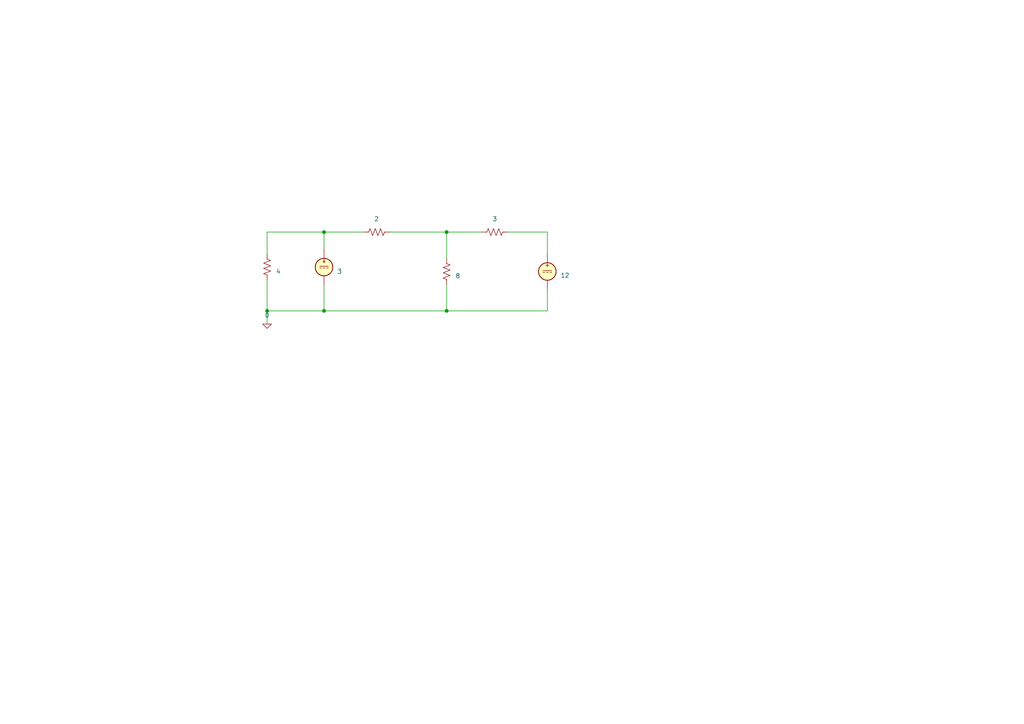
<source format=kicad_sch>
(kicad_sch (version 20250114) (generator "eeschema") (generator_version "9.0")
  (paper "A4")
  (lib_symbols
    (symbol "Device:R_US" (pin_numbers (hide yes)) (pin_names (offset 0))
      (property "Reference" "R" (at 2.54 0 90))
      (property "Value" "R_US" (at -2.54 0 90))
      (symbol "R_US_0_1"
        (polyline (pts (xy 0 2.286) (xy 0 2.54)))
        (polyline (pts (xy 0 2.286) (xy 1.016 1.905) (xy 0 1.524) (xy -1.016 1.143) (xy 0 0.762)))
        (polyline (pts (xy 0 0.762) (xy 1.016 0.381) (xy 0 0) (xy -1.016 -0.381) (xy 0 -0.762)))
        (polyline (pts (xy 0 -0.762) (xy 1.016 -1.143) (xy 0 -1.524) (xy -1.016 -1.905) (xy 0 -2.286)))
        (polyline (pts (xy 0 -2.286) (xy 0 -2.54)))
      )
      (symbol "R_US_1_1"
        (pin passive line (at 0 3.81 270) (length 1.27) (name "~") (number "1"))
        (pin passive line (at 0 -3.81 90) (length 1.27) (name "~") (number "2"))
      )
    )
    (symbol "Simulation_SPICE:0" (power) (pin_numbers (hide yes)) (pin_names (offset 0) (hide yes))
      (property "Value" "0" (at 0 -2.54 0))
      (symbol "0_0_1"
        (polyline (pts (xy -1.27 0) (xy 0 -1.27) (xy 1.27 0) (xy -1.27 0)))
      )
      (symbol "0_1_1"
        (pin power_in line (at 0 0 0) (length 0) (name "~") (number "1"))
      )
    )
    (symbol "Simulation_SPICE:IDC" (pin_numbers (hide yes)) (pin_names (offset 0.0254))
      (property "Reference" "I" (at 2.54 2.54 0))
      (property "Value" "1" (at 2.54 0 0))
      (symbol "IDC_0_0"
        (polyline (pts (xy -1.27 0.254) (xy 1.27 0.254)))
        (polyline (pts (xy -0.762 -0.254) (xy -1.27 -0.254)))
        (polyline (pts (xy 0.254 -0.254) (xy -0.254 -0.254)))
        (polyline (pts (xy 1.27 -0.254) (xy 0.762 -0.254)))
      )
      (symbol "IDC_0_1"
        (polyline (pts (xy -0.254 1.778) (xy 0 1.27) (xy 0.254 1.778)))
        (polyline (pts (xy 0 1.27) (xy 0 2.286)))
        (circle (center 0 0) (radius 2.54) (stroke (width 0.254)) (fill (type background)))
      )
      (symbol "IDC_1_1"
        (pin passive line (at 0 5.08 270) (length 2.54) (name "~") (number "1"))
        (pin passive line (at 0 -5.08 90) (length 2.54) (name "~") (number "2"))
      )
    )
    (symbol "Simulation_SPICE:VDC" (pin_numbers (hide yes)) (pin_names (offset 0.0254))
      (property "Reference" "V" (at 2.54 2.54 0))
      (property "Value" "1" (at 2.54 0 0))
      (symbol "VDC_0_0"
        (polyline (pts (xy -1.27 0.254) (xy 1.27 0.254)))
        (polyline (pts (xy -0.762 -0.254) (xy -1.27 -0.254)))
        (polyline (pts (xy 0.254 -0.254) (xy -0.254 -0.254)))
        (polyline (pts (xy 1.27 -0.254) (xy 0.762 -0.254)))
        (text "+" (at 0 1.905 0) (effects (font (size 1.27 1.27))))
      )
      (symbol "VDC_0_1"
        (circle (center 0 0) (radius 2.54) (stroke (width 0.254)) (fill (type background)))
      )
      (symbol "VDC_1_1"
        (pin passive line (at 0 5.08 270) (length 2.54) (name "~") (number "1"))
        (pin passive line (at 0 -5.08 90) (length 2.54) (name "~") (number "2"))
      )
    )
  )
  (junction (at 77.47 90.17))
  (junction (at 129.54 67.31))
  (junction (at 93.98 90.17))
  (junction (at 129.54 90.17))
  (junction (at 93.98 67.31))
  (wire (pts (xy 147.32 67.31) (xy 158.75 67.31)))
  (wire (pts (xy 93.98 67.31) (xy 93.98 72.39)))
  (wire (pts (xy 77.47 90.17) (xy 93.98 90.17)))
  (wire (pts (xy 129.54 82.55) (xy 129.54 90.17)))
  (wire (pts (xy 129.54 67.31) (xy 139.7 67.31)))
  (wire (pts (xy 158.75 83.82) (xy 158.75 90.17)))
  (wire (pts (xy 158.75 67.31) (xy 158.75 73.66)))
  (wire (pts (xy 93.98 82.55) (xy 93.98 90.17)))
  (wire (pts (xy 129.54 90.17) (xy 158.75 90.17)))
  (wire (pts (xy 77.47 67.31) (xy 93.98 67.31)))
  (wire (pts (xy 129.54 67.31) (xy 129.54 74.93)))
  (wire (pts (xy 93.98 90.17) (xy 129.54 90.17)))
  (wire (pts (xy 77.47 90.17) (xy 77.47 93.98)))
  (wire (pts (xy 77.47 73.66) (xy 77.47 67.31)))
  (wire (pts (xy 77.47 81.28) (xy 77.47 90.17)))
  (wire (pts (xy 93.98 67.31) (xy 105.41 67.31)))
  (wire (pts (xy 113.03 67.31) (xy 129.54 67.31)))
  (symbol (lib_id "Device:R_US") (at 109.22 67.31 90) (unit 1)
    (property "Reference" "R7" (effects (hide yes)))
    (property "Value" "2" (at 109.22 63.5 90))
    (property "Description" "Resistor, US symbol" (effects (hide yes)))
  )
  (symbol (lib_id "Device:R_US") (at 143.51 67.31 90) (unit 1)
    (property "Reference" "R8" (effects (hide yes)))
    (property "Value" "3" (at 143.51 63.5 90))
    (property "Description" "Resistor, US symbol" (effects (hide yes)))
  )
  (symbol (lib_id "Simulation_SPICE:IDC") (at 93.98 77.47 0) (unit 1)
    (property "Reference" "I1" (effects (hide yes)))
    (property "Value" "3" (at 97.79 78.7399 0) (effects (justify left)))
    (property "Datasheet" "https://ngspice.sourceforge.io/docs/ngspice-html-manual/manual.xhtml#sec_Independent_Sources_for" (effects (hide yes)))
    (property "Description" "Current source, DC" (effects (hide yes)))
    (property "Sim.Pins" "1=+ 2=-" (effects (hide yes)))
    (property "Sim.Type" "DC" (effects (hide yes)))
    (property "Sim.Device" "I" (effects (hide yes)))
  )
  (symbol (lib_id "Device:R_US") (at 77.47 77.47 0) (unit 1)
    (property "Reference" "R6" (effects (hide yes)))
    (property "Value" "4" (at 80.01 78.7399 0) (effects (justify left)))
    (property "Description" "Resistor, US symbol" (effects (hide yes)))
  )
  (symbol (lib_id "Device:R_US") (at 129.54 78.74 0) (unit 1)
    (property "Reference" "R9" (effects (hide yes)))
    (property "Value" "8" (at 132.08 80.0099 0) (effects (justify left)))
    (property "Description" "Resistor, US symbol" (effects (hide yes)))
  )
  (symbol (lib_id "Simulation_SPICE:0") (at 77.47 93.98 0) (unit 1)
    (property "Reference" "#GND03" (effects (hide yes)))
    (property "Value" "0" (at 77.47 91.44 0))
    (property "Datasheet" "https://ngspice.sourceforge.io/docs/ngspice-html-manual/manual.xhtml#subsec_Circuit_elements__device" (effects (hide yes)))
    (property "Description" "0V reference potential for simulation" (effects (hide yes)))
  )
  (symbol (lib_id "Simulation_SPICE:VDC") (at 158.75 78.74 0) (unit 1)
    (property "Reference" "V6" (effects (hide yes)))
    (property "Value" "12" (at 162.56 79.8801 0) (effects (justify left)))
    (property "Datasheet" "https://ngspice.sourceforge.io/docs/ngspice-html-manual/manual.xhtml#sec_Independent_Sources_for" (effects (hide yes)))
    (property "Description" "Voltage source, DC" (effects (hide yes)))
    (property "Sim.Pins" "1=+ 2=-" (effects (hide yes)))
    (property "Sim.Type" "DC" (effects (hide yes)))
    (property "Sim.Device" "V" (effects (hide yes)))
  )
)
</source>
